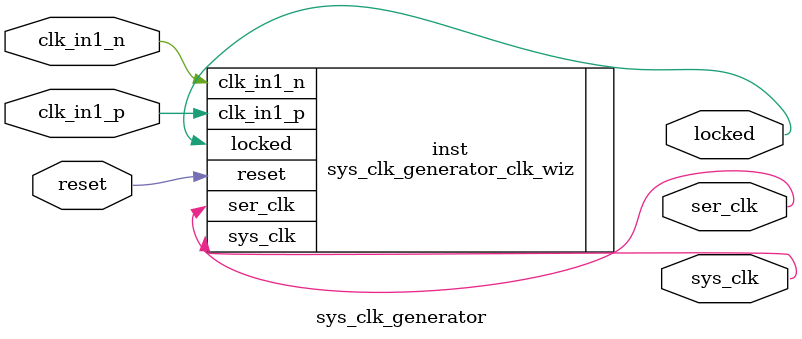
<source format=v>


`timescale 1ps/1ps

(* CORE_GENERATION_INFO = "sys_clk_generator,clk_wiz_v6_0_6_0_0,{component_name=sys_clk_generator,use_phase_alignment=true,use_min_o_jitter=false,use_max_i_jitter=false,use_dyn_phase_shift=false,use_inclk_switchover=false,use_dyn_reconfig=false,enable_axi=0,feedback_source=FDBK_AUTO,PRIMITIVE=MMCM,num_out_clk=2,clkin1_period=8.000,clkin2_period=10.000,use_power_down=false,use_reset=true,use_locked=true,use_inclk_stopped=false,feedback_type=SINGLE,CLOCK_MGR_TYPE=NA,manual_override=false}" *)

module sys_clk_generator 
 (
  // Clock out ports
  output        sys_clk,
  output        ser_clk,
  // Status and control signals
  input         reset,
  output        locked,
 // Clock in ports
  input         clk_in1_p,
  input         clk_in1_n
 );

  sys_clk_generator_clk_wiz inst
  (
  // Clock out ports  
  .sys_clk(sys_clk),
  .ser_clk(ser_clk),
  // Status and control signals               
  .reset(reset), 
  .locked(locked),
 // Clock in ports
  .clk_in1_p(clk_in1_p),
  .clk_in1_n(clk_in1_n)
  );

endmodule

</source>
